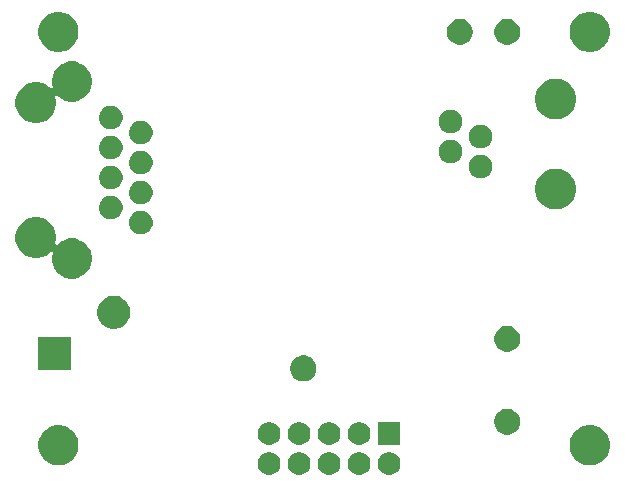
<source format=gbs>
G04 #@! TF.GenerationSoftware,KiCad,Pcbnew,(5.0.2)-1*
G04 #@! TF.CreationDate,2019-05-09T18:05:01+02:00*
G04 #@! TF.ProjectId,MotorController,4d6f746f-7243-46f6-9e74-726f6c6c6572,rev?*
G04 #@! TF.SameCoordinates,Original*
G04 #@! TF.FileFunction,Soldermask,Bot*
G04 #@! TF.FilePolarity,Negative*
%FSLAX46Y46*%
G04 Gerber Fmt 4.6, Leading zero omitted, Abs format (unit mm)*
G04 Created by KiCad (PCBNEW (5.0.2)-1) date 09.05.2019 18:05:01*
%MOMM*%
%LPD*%
G01*
G04 APERTURE LIST*
%ADD10C,0.100000*%
G04 APERTURE END LIST*
D10*
G36*
X103068452Y-100586359D02*
X103108899Y-100590343D01*
X103193449Y-100615991D01*
X103290537Y-100645442D01*
X103457939Y-100734920D01*
X103604665Y-100855335D01*
X103725080Y-101002061D01*
X103814558Y-101169463D01*
X103844009Y-101266551D01*
X103869657Y-101351101D01*
X103869657Y-101351103D01*
X103888263Y-101540000D01*
X103878938Y-101634669D01*
X103869657Y-101728899D01*
X103844009Y-101813449D01*
X103814558Y-101910537D01*
X103725080Y-102077939D01*
X103604665Y-102224665D01*
X103457939Y-102345080D01*
X103290537Y-102434558D01*
X103193449Y-102464009D01*
X103108899Y-102489657D01*
X103068452Y-102493641D01*
X102967339Y-102503600D01*
X102872661Y-102503600D01*
X102771548Y-102493641D01*
X102731101Y-102489657D01*
X102646551Y-102464009D01*
X102549463Y-102434558D01*
X102382061Y-102345080D01*
X102235335Y-102224665D01*
X102114920Y-102077939D01*
X102025442Y-101910537D01*
X101995991Y-101813449D01*
X101970343Y-101728899D01*
X101961062Y-101634669D01*
X101951737Y-101540000D01*
X101970343Y-101351103D01*
X101970343Y-101351101D01*
X101995991Y-101266551D01*
X102025442Y-101169463D01*
X102114920Y-101002061D01*
X102235335Y-100855335D01*
X102382061Y-100734920D01*
X102549463Y-100645442D01*
X102646551Y-100615991D01*
X102731101Y-100590343D01*
X102771548Y-100586359D01*
X102872661Y-100576400D01*
X102967339Y-100576400D01*
X103068452Y-100586359D01*
X103068452Y-100586359D01*
G37*
G36*
X105608452Y-100586359D02*
X105648899Y-100590343D01*
X105733449Y-100615991D01*
X105830537Y-100645442D01*
X105997939Y-100734920D01*
X106144665Y-100855335D01*
X106265080Y-101002061D01*
X106354558Y-101169463D01*
X106384009Y-101266551D01*
X106409657Y-101351101D01*
X106409657Y-101351103D01*
X106428263Y-101540000D01*
X106418938Y-101634669D01*
X106409657Y-101728899D01*
X106384009Y-101813449D01*
X106354558Y-101910537D01*
X106265080Y-102077939D01*
X106144665Y-102224665D01*
X105997939Y-102345080D01*
X105830537Y-102434558D01*
X105733449Y-102464009D01*
X105648899Y-102489657D01*
X105608452Y-102493641D01*
X105507339Y-102503600D01*
X105412661Y-102503600D01*
X105311548Y-102493641D01*
X105271101Y-102489657D01*
X105186551Y-102464009D01*
X105089463Y-102434558D01*
X104922061Y-102345080D01*
X104775335Y-102224665D01*
X104654920Y-102077939D01*
X104565442Y-101910537D01*
X104535991Y-101813449D01*
X104510343Y-101728899D01*
X104501062Y-101634669D01*
X104491737Y-101540000D01*
X104510343Y-101351103D01*
X104510343Y-101351101D01*
X104535991Y-101266551D01*
X104565442Y-101169463D01*
X104654920Y-101002061D01*
X104775335Y-100855335D01*
X104922061Y-100734920D01*
X105089463Y-100645442D01*
X105186551Y-100615991D01*
X105271101Y-100590343D01*
X105311548Y-100586359D01*
X105412661Y-100576400D01*
X105507339Y-100576400D01*
X105608452Y-100586359D01*
X105608452Y-100586359D01*
G37*
G36*
X108148452Y-100586359D02*
X108188899Y-100590343D01*
X108273449Y-100615991D01*
X108370537Y-100645442D01*
X108537939Y-100734920D01*
X108684665Y-100855335D01*
X108805080Y-101002061D01*
X108894558Y-101169463D01*
X108924009Y-101266551D01*
X108949657Y-101351101D01*
X108949657Y-101351103D01*
X108968263Y-101540000D01*
X108958938Y-101634669D01*
X108949657Y-101728899D01*
X108924009Y-101813449D01*
X108894558Y-101910537D01*
X108805080Y-102077939D01*
X108684665Y-102224665D01*
X108537939Y-102345080D01*
X108370537Y-102434558D01*
X108273449Y-102464009D01*
X108188899Y-102489657D01*
X108148452Y-102493641D01*
X108047339Y-102503600D01*
X107952661Y-102503600D01*
X107851548Y-102493641D01*
X107811101Y-102489657D01*
X107726551Y-102464009D01*
X107629463Y-102434558D01*
X107462061Y-102345080D01*
X107315335Y-102224665D01*
X107194920Y-102077939D01*
X107105442Y-101910537D01*
X107075991Y-101813449D01*
X107050343Y-101728899D01*
X107041062Y-101634669D01*
X107031737Y-101540000D01*
X107050343Y-101351103D01*
X107050343Y-101351101D01*
X107075991Y-101266551D01*
X107105442Y-101169463D01*
X107194920Y-101002061D01*
X107315335Y-100855335D01*
X107462061Y-100734920D01*
X107629463Y-100645442D01*
X107726551Y-100615991D01*
X107811101Y-100590343D01*
X107851548Y-100586359D01*
X107952661Y-100576400D01*
X108047339Y-100576400D01*
X108148452Y-100586359D01*
X108148452Y-100586359D01*
G37*
G36*
X100528452Y-100586359D02*
X100568899Y-100590343D01*
X100653449Y-100615991D01*
X100750537Y-100645442D01*
X100917939Y-100734920D01*
X101064665Y-100855335D01*
X101185080Y-101002061D01*
X101274558Y-101169463D01*
X101304009Y-101266551D01*
X101329657Y-101351101D01*
X101329657Y-101351103D01*
X101348263Y-101540000D01*
X101338938Y-101634669D01*
X101329657Y-101728899D01*
X101304009Y-101813449D01*
X101274558Y-101910537D01*
X101185080Y-102077939D01*
X101064665Y-102224665D01*
X100917939Y-102345080D01*
X100750537Y-102434558D01*
X100653449Y-102464009D01*
X100568899Y-102489657D01*
X100528452Y-102493641D01*
X100427339Y-102503600D01*
X100332661Y-102503600D01*
X100231548Y-102493641D01*
X100191101Y-102489657D01*
X100106551Y-102464009D01*
X100009463Y-102434558D01*
X99842061Y-102345080D01*
X99695335Y-102224665D01*
X99574920Y-102077939D01*
X99485442Y-101910537D01*
X99455991Y-101813449D01*
X99430343Y-101728899D01*
X99421062Y-101634669D01*
X99411737Y-101540000D01*
X99430343Y-101351103D01*
X99430343Y-101351101D01*
X99455991Y-101266551D01*
X99485442Y-101169463D01*
X99574920Y-101002061D01*
X99695335Y-100855335D01*
X99842061Y-100734920D01*
X100009463Y-100645442D01*
X100106551Y-100615991D01*
X100191101Y-100590343D01*
X100231548Y-100586359D01*
X100332661Y-100576400D01*
X100427339Y-100576400D01*
X100528452Y-100586359D01*
X100528452Y-100586359D01*
G37*
G36*
X97988452Y-100586359D02*
X98028899Y-100590343D01*
X98113449Y-100615991D01*
X98210537Y-100645442D01*
X98377939Y-100734920D01*
X98524665Y-100855335D01*
X98645080Y-101002061D01*
X98734558Y-101169463D01*
X98764009Y-101266551D01*
X98789657Y-101351101D01*
X98789657Y-101351103D01*
X98808263Y-101540000D01*
X98798938Y-101634669D01*
X98789657Y-101728899D01*
X98764009Y-101813449D01*
X98734558Y-101910537D01*
X98645080Y-102077939D01*
X98524665Y-102224665D01*
X98377939Y-102345080D01*
X98210537Y-102434558D01*
X98113449Y-102464009D01*
X98028899Y-102489657D01*
X97988452Y-102493641D01*
X97887339Y-102503600D01*
X97792661Y-102503600D01*
X97691548Y-102493641D01*
X97651101Y-102489657D01*
X97566551Y-102464009D01*
X97469463Y-102434558D01*
X97302061Y-102345080D01*
X97155335Y-102224665D01*
X97034920Y-102077939D01*
X96945442Y-101910537D01*
X96915991Y-101813449D01*
X96890343Y-101728899D01*
X96881062Y-101634669D01*
X96871737Y-101540000D01*
X96890343Y-101351103D01*
X96890343Y-101351101D01*
X96915991Y-101266551D01*
X96945442Y-101169463D01*
X97034920Y-101002061D01*
X97155335Y-100855335D01*
X97302061Y-100734920D01*
X97469463Y-100645442D01*
X97566551Y-100615991D01*
X97651101Y-100590343D01*
X97691548Y-100586359D01*
X97792661Y-100576400D01*
X97887339Y-100576400D01*
X97988452Y-100586359D01*
X97988452Y-100586359D01*
G37*
G36*
X125495872Y-98365330D02*
X125495874Y-98365331D01*
X125495875Y-98365331D01*
X125556284Y-98390353D01*
X125805252Y-98493479D01*
X126083687Y-98679523D01*
X126320477Y-98916313D01*
X126506521Y-99194748D01*
X126634670Y-99504128D01*
X126700000Y-99832565D01*
X126700000Y-100167435D01*
X126634670Y-100495872D01*
X126506521Y-100805252D01*
X126320477Y-101083687D01*
X126083687Y-101320477D01*
X125805252Y-101506521D01*
X125556284Y-101609647D01*
X125495875Y-101634669D01*
X125495874Y-101634669D01*
X125495872Y-101634670D01*
X125167435Y-101700000D01*
X124832565Y-101700000D01*
X124504128Y-101634670D01*
X124504126Y-101634669D01*
X124504125Y-101634669D01*
X124443716Y-101609647D01*
X124194748Y-101506521D01*
X123916313Y-101320477D01*
X123679523Y-101083687D01*
X123493479Y-100805252D01*
X123365330Y-100495872D01*
X123300000Y-100167435D01*
X123300000Y-99832565D01*
X123365330Y-99504128D01*
X123493479Y-99194748D01*
X123679523Y-98916313D01*
X123916313Y-98679523D01*
X124194748Y-98493479D01*
X124443716Y-98390353D01*
X124504125Y-98365331D01*
X124504126Y-98365331D01*
X124504128Y-98365330D01*
X124832565Y-98300000D01*
X125167435Y-98300000D01*
X125495872Y-98365330D01*
X125495872Y-98365330D01*
G37*
G36*
X80495872Y-98365330D02*
X80495874Y-98365331D01*
X80495875Y-98365331D01*
X80556284Y-98390353D01*
X80805252Y-98493479D01*
X81083687Y-98679523D01*
X81320477Y-98916313D01*
X81506521Y-99194748D01*
X81634670Y-99504128D01*
X81700000Y-99832565D01*
X81700000Y-100167435D01*
X81634670Y-100495872D01*
X81506521Y-100805252D01*
X81320477Y-101083687D01*
X81083687Y-101320477D01*
X80805252Y-101506521D01*
X80556284Y-101609647D01*
X80495875Y-101634669D01*
X80495874Y-101634669D01*
X80495872Y-101634670D01*
X80167435Y-101700000D01*
X79832565Y-101700000D01*
X79504128Y-101634670D01*
X79504126Y-101634669D01*
X79504125Y-101634669D01*
X79443716Y-101609647D01*
X79194748Y-101506521D01*
X78916313Y-101320477D01*
X78679523Y-101083687D01*
X78493479Y-100805252D01*
X78365330Y-100495872D01*
X78300000Y-100167435D01*
X78300000Y-99832565D01*
X78365330Y-99504128D01*
X78493479Y-99194748D01*
X78679523Y-98916313D01*
X78916313Y-98679523D01*
X79194748Y-98493479D01*
X79443716Y-98390353D01*
X79504125Y-98365331D01*
X79504126Y-98365331D01*
X79504128Y-98365330D01*
X79832565Y-98300000D01*
X80167435Y-98300000D01*
X80495872Y-98365330D01*
X80495872Y-98365330D01*
G37*
G36*
X105608452Y-98046359D02*
X105648899Y-98050343D01*
X105733449Y-98075991D01*
X105830537Y-98105442D01*
X105997939Y-98194920D01*
X106144665Y-98315335D01*
X106265080Y-98462061D01*
X106354558Y-98629463D01*
X106384009Y-98726551D01*
X106409657Y-98811101D01*
X106409657Y-98811103D01*
X106428263Y-99000000D01*
X106418413Y-99100000D01*
X106409657Y-99188899D01*
X106384009Y-99273449D01*
X106354558Y-99370537D01*
X106265080Y-99537939D01*
X106144665Y-99684665D01*
X105997939Y-99805080D01*
X105830537Y-99894558D01*
X105733449Y-99924009D01*
X105648899Y-99949657D01*
X105608452Y-99953641D01*
X105507339Y-99963600D01*
X105412661Y-99963600D01*
X105311548Y-99953641D01*
X105271101Y-99949657D01*
X105186551Y-99924009D01*
X105089463Y-99894558D01*
X104922061Y-99805080D01*
X104775335Y-99684665D01*
X104654920Y-99537939D01*
X104565442Y-99370537D01*
X104535991Y-99273449D01*
X104510343Y-99188899D01*
X104501587Y-99100000D01*
X104491737Y-99000000D01*
X104510343Y-98811103D01*
X104510343Y-98811101D01*
X104535991Y-98726551D01*
X104565442Y-98629463D01*
X104654920Y-98462061D01*
X104775335Y-98315335D01*
X104922061Y-98194920D01*
X105089463Y-98105442D01*
X105186551Y-98075991D01*
X105271101Y-98050343D01*
X105311548Y-98046359D01*
X105412661Y-98036400D01*
X105507339Y-98036400D01*
X105608452Y-98046359D01*
X105608452Y-98046359D01*
G37*
G36*
X103068452Y-98046359D02*
X103108899Y-98050343D01*
X103193449Y-98075991D01*
X103290537Y-98105442D01*
X103457939Y-98194920D01*
X103604665Y-98315335D01*
X103725080Y-98462061D01*
X103814558Y-98629463D01*
X103844009Y-98726551D01*
X103869657Y-98811101D01*
X103869657Y-98811103D01*
X103888263Y-99000000D01*
X103878413Y-99100000D01*
X103869657Y-99188899D01*
X103844009Y-99273449D01*
X103814558Y-99370537D01*
X103725080Y-99537939D01*
X103604665Y-99684665D01*
X103457939Y-99805080D01*
X103290537Y-99894558D01*
X103193449Y-99924009D01*
X103108899Y-99949657D01*
X103068452Y-99953641D01*
X102967339Y-99963600D01*
X102872661Y-99963600D01*
X102771548Y-99953641D01*
X102731101Y-99949657D01*
X102646551Y-99924009D01*
X102549463Y-99894558D01*
X102382061Y-99805080D01*
X102235335Y-99684665D01*
X102114920Y-99537939D01*
X102025442Y-99370537D01*
X101995991Y-99273449D01*
X101970343Y-99188899D01*
X101961587Y-99100000D01*
X101951737Y-99000000D01*
X101970343Y-98811103D01*
X101970343Y-98811101D01*
X101995991Y-98726551D01*
X102025442Y-98629463D01*
X102114920Y-98462061D01*
X102235335Y-98315335D01*
X102382061Y-98194920D01*
X102549463Y-98105442D01*
X102646551Y-98075991D01*
X102731101Y-98050343D01*
X102771548Y-98046359D01*
X102872661Y-98036400D01*
X102967339Y-98036400D01*
X103068452Y-98046359D01*
X103068452Y-98046359D01*
G37*
G36*
X100528452Y-98046359D02*
X100568899Y-98050343D01*
X100653449Y-98075991D01*
X100750537Y-98105442D01*
X100917939Y-98194920D01*
X101064665Y-98315335D01*
X101185080Y-98462061D01*
X101274558Y-98629463D01*
X101304009Y-98726551D01*
X101329657Y-98811101D01*
X101329657Y-98811103D01*
X101348263Y-99000000D01*
X101338413Y-99100000D01*
X101329657Y-99188899D01*
X101304009Y-99273449D01*
X101274558Y-99370537D01*
X101185080Y-99537939D01*
X101064665Y-99684665D01*
X100917939Y-99805080D01*
X100750537Y-99894558D01*
X100653449Y-99924009D01*
X100568899Y-99949657D01*
X100528452Y-99953641D01*
X100427339Y-99963600D01*
X100332661Y-99963600D01*
X100231548Y-99953641D01*
X100191101Y-99949657D01*
X100106551Y-99924009D01*
X100009463Y-99894558D01*
X99842061Y-99805080D01*
X99695335Y-99684665D01*
X99574920Y-99537939D01*
X99485442Y-99370537D01*
X99455991Y-99273449D01*
X99430343Y-99188899D01*
X99421587Y-99100000D01*
X99411737Y-99000000D01*
X99430343Y-98811103D01*
X99430343Y-98811101D01*
X99455991Y-98726551D01*
X99485442Y-98629463D01*
X99574920Y-98462061D01*
X99695335Y-98315335D01*
X99842061Y-98194920D01*
X100009463Y-98105442D01*
X100106551Y-98075991D01*
X100191101Y-98050343D01*
X100231548Y-98046359D01*
X100332661Y-98036400D01*
X100427339Y-98036400D01*
X100528452Y-98046359D01*
X100528452Y-98046359D01*
G37*
G36*
X97988452Y-98046359D02*
X98028899Y-98050343D01*
X98113449Y-98075991D01*
X98210537Y-98105442D01*
X98377939Y-98194920D01*
X98524665Y-98315335D01*
X98645080Y-98462061D01*
X98734558Y-98629463D01*
X98764009Y-98726551D01*
X98789657Y-98811101D01*
X98789657Y-98811103D01*
X98808263Y-99000000D01*
X98798413Y-99100000D01*
X98789657Y-99188899D01*
X98764009Y-99273449D01*
X98734558Y-99370537D01*
X98645080Y-99537939D01*
X98524665Y-99684665D01*
X98377939Y-99805080D01*
X98210537Y-99894558D01*
X98113449Y-99924009D01*
X98028899Y-99949657D01*
X97988452Y-99953641D01*
X97887339Y-99963600D01*
X97792661Y-99963600D01*
X97691548Y-99953641D01*
X97651101Y-99949657D01*
X97566551Y-99924009D01*
X97469463Y-99894558D01*
X97302061Y-99805080D01*
X97155335Y-99684665D01*
X97034920Y-99537939D01*
X96945442Y-99370537D01*
X96915991Y-99273449D01*
X96890343Y-99188899D01*
X96881587Y-99100000D01*
X96871737Y-99000000D01*
X96890343Y-98811103D01*
X96890343Y-98811101D01*
X96915991Y-98726551D01*
X96945442Y-98629463D01*
X97034920Y-98462061D01*
X97155335Y-98315335D01*
X97302061Y-98194920D01*
X97469463Y-98105442D01*
X97566551Y-98075991D01*
X97651101Y-98050343D01*
X97691548Y-98046359D01*
X97792661Y-98036400D01*
X97887339Y-98036400D01*
X97988452Y-98046359D01*
X97988452Y-98046359D01*
G37*
G36*
X108963600Y-99963600D02*
X107036400Y-99963600D01*
X107036400Y-98036400D01*
X108963600Y-98036400D01*
X108963600Y-99963600D01*
X108963600Y-99963600D01*
G37*
G36*
X118320856Y-96942272D02*
X118521045Y-97025193D01*
X118701207Y-97145573D01*
X118854427Y-97298793D01*
X118974807Y-97478955D01*
X119057728Y-97679144D01*
X119100000Y-97891657D01*
X119100000Y-98108343D01*
X119057728Y-98320856D01*
X118974807Y-98521045D01*
X118854427Y-98701207D01*
X118701207Y-98854427D01*
X118521045Y-98974807D01*
X118320856Y-99057728D01*
X118108343Y-99100000D01*
X117891657Y-99100000D01*
X117679144Y-99057728D01*
X117478955Y-98974807D01*
X117298793Y-98854427D01*
X117145573Y-98701207D01*
X117025193Y-98521045D01*
X116942272Y-98320856D01*
X116900000Y-98108343D01*
X116900000Y-97891657D01*
X116942272Y-97679144D01*
X117025193Y-97478955D01*
X117145573Y-97298793D01*
X117298793Y-97145573D01*
X117478955Y-97025193D01*
X117679144Y-96942272D01*
X117891657Y-96900000D01*
X118108343Y-96900000D01*
X118320856Y-96942272D01*
X118320856Y-96942272D01*
G37*
G36*
X101070856Y-92442272D02*
X101271045Y-92525193D01*
X101451207Y-92645573D01*
X101604427Y-92798793D01*
X101724807Y-92978955D01*
X101807728Y-93179144D01*
X101850000Y-93391657D01*
X101850000Y-93608343D01*
X101807728Y-93820856D01*
X101724807Y-94021045D01*
X101604427Y-94201207D01*
X101451207Y-94354427D01*
X101271045Y-94474807D01*
X101070856Y-94557728D01*
X100858343Y-94600000D01*
X100641657Y-94600000D01*
X100429144Y-94557728D01*
X100228955Y-94474807D01*
X100048793Y-94354427D01*
X99895573Y-94201207D01*
X99775193Y-94021045D01*
X99692272Y-93820856D01*
X99650000Y-93608343D01*
X99650000Y-93391657D01*
X99692272Y-93179144D01*
X99775193Y-92978955D01*
X99895573Y-92798793D01*
X100048793Y-92645573D01*
X100228955Y-92525193D01*
X100429144Y-92442272D01*
X100641657Y-92400000D01*
X100858343Y-92400000D01*
X101070856Y-92442272D01*
X101070856Y-92442272D01*
G37*
G36*
X81100000Y-93650000D02*
X78300000Y-93650000D01*
X78300000Y-90850000D01*
X81100000Y-90850000D01*
X81100000Y-93650000D01*
X81100000Y-93650000D01*
G37*
G36*
X118320856Y-89942272D02*
X118521045Y-90025193D01*
X118701207Y-90145573D01*
X118854427Y-90298793D01*
X118974807Y-90478955D01*
X119057728Y-90679144D01*
X119100000Y-90891657D01*
X119100000Y-91108343D01*
X119057728Y-91320856D01*
X118974807Y-91521045D01*
X118854427Y-91701207D01*
X118701207Y-91854427D01*
X118521045Y-91974807D01*
X118320856Y-92057728D01*
X118108343Y-92100000D01*
X117891657Y-92100000D01*
X117679144Y-92057728D01*
X117478955Y-91974807D01*
X117298793Y-91854427D01*
X117145573Y-91701207D01*
X117025193Y-91521045D01*
X116942272Y-91320856D01*
X116900000Y-91108343D01*
X116900000Y-90891657D01*
X116942272Y-90679144D01*
X117025193Y-90478955D01*
X117145573Y-90298793D01*
X117298793Y-90145573D01*
X117478955Y-90025193D01*
X117679144Y-89942272D01*
X117891657Y-89900000D01*
X118108343Y-89900000D01*
X118320856Y-89942272D01*
X118320856Y-89942272D01*
G37*
G36*
X85108365Y-87403801D02*
X85108367Y-87403802D01*
X85108368Y-87403802D01*
X85363149Y-87509336D01*
X85592448Y-87662549D01*
X85787451Y-87857552D01*
X85940664Y-88086851D01*
X86046199Y-88341635D01*
X86100000Y-88612112D01*
X86100000Y-88887888D01*
X86046199Y-89158365D01*
X85940664Y-89413149D01*
X85787451Y-89642448D01*
X85592448Y-89837451D01*
X85435571Y-89942273D01*
X85363149Y-89990664D01*
X85108368Y-90096198D01*
X85108367Y-90096198D01*
X85108365Y-90096199D01*
X84837888Y-90150000D01*
X84562112Y-90150000D01*
X84291635Y-90096199D01*
X84291633Y-90096198D01*
X84291632Y-90096198D01*
X84036851Y-89990664D01*
X83964429Y-89942273D01*
X83807552Y-89837451D01*
X83612549Y-89642448D01*
X83459336Y-89413149D01*
X83353801Y-89158365D01*
X83300000Y-88887888D01*
X83300000Y-88612112D01*
X83353801Y-88341635D01*
X83459336Y-88086851D01*
X83612549Y-87857552D01*
X83807552Y-87662549D01*
X84036851Y-87509336D01*
X84291632Y-87403802D01*
X84291633Y-87403802D01*
X84291635Y-87403801D01*
X84562112Y-87350000D01*
X84837888Y-87350000D01*
X85108365Y-87403801D01*
X85108365Y-87403801D01*
G37*
G36*
X78603164Y-80756290D02*
X78917094Y-80886324D01*
X79199624Y-81075105D01*
X79439895Y-81315376D01*
X79628676Y-81597906D01*
X79758710Y-81911836D01*
X79825000Y-82245102D01*
X79825000Y-82584898D01*
X79758710Y-82918164D01*
X79758707Y-82918172D01*
X79758471Y-82919357D01*
X79756550Y-82938866D01*
X79758471Y-82958375D01*
X79764162Y-82977134D01*
X79773403Y-82994423D01*
X79785839Y-83009577D01*
X79800993Y-83022013D01*
X79818282Y-83031254D01*
X79837041Y-83036945D01*
X79856550Y-83038866D01*
X79876059Y-83036945D01*
X79894818Y-83031254D01*
X79912107Y-83022013D01*
X79927250Y-83009586D01*
X80064313Y-82872523D01*
X80342748Y-82686479D01*
X80591716Y-82583353D01*
X80652125Y-82558331D01*
X80652126Y-82558331D01*
X80652128Y-82558330D01*
X80980565Y-82493000D01*
X81315435Y-82493000D01*
X81643872Y-82558330D01*
X81643874Y-82558331D01*
X81643875Y-82558331D01*
X81704284Y-82583353D01*
X81953252Y-82686479D01*
X82231687Y-82872523D01*
X82468477Y-83109313D01*
X82654521Y-83387748D01*
X82734754Y-83581449D01*
X82760325Y-83643181D01*
X82782670Y-83697128D01*
X82848000Y-84025565D01*
X82848000Y-84360435D01*
X82782670Y-84688872D01*
X82654521Y-84998252D01*
X82468477Y-85276687D01*
X82231687Y-85513477D01*
X81953252Y-85699521D01*
X81704284Y-85802647D01*
X81643875Y-85827669D01*
X81643874Y-85827669D01*
X81643872Y-85827670D01*
X81315435Y-85893000D01*
X80980565Y-85893000D01*
X80652128Y-85827670D01*
X80652126Y-85827669D01*
X80652125Y-85827669D01*
X80591716Y-85802647D01*
X80342748Y-85699521D01*
X80064313Y-85513477D01*
X79827523Y-85276687D01*
X79641479Y-84998252D01*
X79513330Y-84688872D01*
X79448000Y-84360435D01*
X79448000Y-84025565D01*
X79512570Y-83700950D01*
X79514490Y-83681449D01*
X79512569Y-83661940D01*
X79506878Y-83643181D01*
X79497637Y-83625892D01*
X79485201Y-83610738D01*
X79470047Y-83598302D01*
X79452758Y-83589061D01*
X79433999Y-83583370D01*
X79414490Y-83581449D01*
X79394981Y-83583370D01*
X79376222Y-83589061D01*
X79358933Y-83598302D01*
X79343790Y-83610729D01*
X79199624Y-83754895D01*
X78917094Y-83943676D01*
X78603164Y-84073710D01*
X78269898Y-84140000D01*
X77930102Y-84140000D01*
X77596836Y-84073710D01*
X77282906Y-83943676D01*
X77000376Y-83754895D01*
X76760105Y-83514624D01*
X76571324Y-83232094D01*
X76441290Y-82918164D01*
X76375000Y-82584898D01*
X76375000Y-82245102D01*
X76441290Y-81911836D01*
X76571324Y-81597906D01*
X76760105Y-81315376D01*
X77000376Y-81075105D01*
X77282906Y-80886324D01*
X77596836Y-80756290D01*
X77930102Y-80690000D01*
X78269898Y-80690000D01*
X78603164Y-80756290D01*
X78603164Y-80756290D01*
G37*
G36*
X87197520Y-80166687D02*
X87281689Y-80183429D01*
X87463678Y-80258811D01*
X87627463Y-80368249D01*
X87766751Y-80507537D01*
X87876189Y-80671322D01*
X87951571Y-80853311D01*
X87958138Y-80886325D01*
X87990000Y-81046506D01*
X87990000Y-81243494D01*
X87975701Y-81315379D01*
X87951571Y-81436689D01*
X87876189Y-81618678D01*
X87766751Y-81782463D01*
X87627463Y-81921751D01*
X87463678Y-82031189D01*
X87281689Y-82106571D01*
X87204410Y-82121943D01*
X87088494Y-82145000D01*
X86891506Y-82145000D01*
X86775590Y-82121943D01*
X86698311Y-82106571D01*
X86516322Y-82031189D01*
X86352537Y-81921751D01*
X86213249Y-81782463D01*
X86103811Y-81618678D01*
X86028429Y-81436689D01*
X86004299Y-81315379D01*
X85990000Y-81243494D01*
X85990000Y-81046506D01*
X86021862Y-80886325D01*
X86028429Y-80853311D01*
X86103811Y-80671322D01*
X86213249Y-80507537D01*
X86352537Y-80368249D01*
X86516322Y-80258811D01*
X86698311Y-80183429D01*
X86782480Y-80166687D01*
X86891506Y-80145000D01*
X87088494Y-80145000D01*
X87197520Y-80166687D01*
X87197520Y-80166687D01*
G37*
G36*
X84657520Y-78896687D02*
X84741689Y-78913429D01*
X84923678Y-78988811D01*
X85087463Y-79098249D01*
X85226751Y-79237537D01*
X85336189Y-79401322D01*
X85411571Y-79583311D01*
X85411571Y-79583313D01*
X85450000Y-79776506D01*
X85450000Y-79973494D01*
X85426943Y-80089410D01*
X85411571Y-80166689D01*
X85336189Y-80348678D01*
X85226751Y-80512463D01*
X85087463Y-80651751D01*
X84923678Y-80761189D01*
X84741689Y-80836571D01*
X84664410Y-80851943D01*
X84548494Y-80875000D01*
X84351506Y-80875000D01*
X84235590Y-80851943D01*
X84158311Y-80836571D01*
X83976322Y-80761189D01*
X83812537Y-80651751D01*
X83673249Y-80512463D01*
X83563811Y-80348678D01*
X83488429Y-80166689D01*
X83473057Y-80089410D01*
X83450000Y-79973494D01*
X83450000Y-79776506D01*
X83488429Y-79583313D01*
X83488429Y-79583311D01*
X83563811Y-79401322D01*
X83673249Y-79237537D01*
X83812537Y-79098249D01*
X83976322Y-78988811D01*
X84158311Y-78913429D01*
X84242480Y-78896687D01*
X84351506Y-78875000D01*
X84548494Y-78875000D01*
X84657520Y-78896687D01*
X84657520Y-78896687D01*
G37*
G36*
X122603164Y-76651290D02*
X122917094Y-76781324D01*
X123199624Y-76970105D01*
X123439895Y-77210376D01*
X123628676Y-77492906D01*
X123758710Y-77806836D01*
X123825000Y-78140102D01*
X123825000Y-78479898D01*
X123758710Y-78813164D01*
X123628676Y-79127094D01*
X123439895Y-79409624D01*
X123199624Y-79649895D01*
X122917094Y-79838676D01*
X122603164Y-79968710D01*
X122269898Y-80035000D01*
X121930102Y-80035000D01*
X121596836Y-79968710D01*
X121282906Y-79838676D01*
X121000376Y-79649895D01*
X120760105Y-79409624D01*
X120571324Y-79127094D01*
X120441290Y-78813164D01*
X120375000Y-78479898D01*
X120375000Y-78140102D01*
X120441290Y-77806836D01*
X120571324Y-77492906D01*
X120760105Y-77210376D01*
X121000376Y-76970105D01*
X121282906Y-76781324D01*
X121596836Y-76651290D01*
X121930102Y-76585000D01*
X122269898Y-76585000D01*
X122603164Y-76651290D01*
X122603164Y-76651290D01*
G37*
G36*
X87197520Y-77626687D02*
X87281689Y-77643429D01*
X87463678Y-77718811D01*
X87627463Y-77828249D01*
X87766751Y-77967537D01*
X87876189Y-78131322D01*
X87951571Y-78313311D01*
X87951571Y-78313313D01*
X87990000Y-78506506D01*
X87990000Y-78703494D01*
X87968185Y-78813164D01*
X87951571Y-78896689D01*
X87876189Y-79078678D01*
X87766751Y-79242463D01*
X87627463Y-79381751D01*
X87463678Y-79491189D01*
X87281689Y-79566571D01*
X87204410Y-79581943D01*
X87088494Y-79605000D01*
X86891506Y-79605000D01*
X86775590Y-79581943D01*
X86698311Y-79566571D01*
X86516322Y-79491189D01*
X86352537Y-79381751D01*
X86213249Y-79242463D01*
X86103811Y-79078678D01*
X86028429Y-78896689D01*
X86011815Y-78813164D01*
X85990000Y-78703494D01*
X85990000Y-78506506D01*
X86028429Y-78313313D01*
X86028429Y-78313311D01*
X86103811Y-78131322D01*
X86213249Y-77967537D01*
X86352537Y-77828249D01*
X86516322Y-77718811D01*
X86698311Y-77643429D01*
X86782480Y-77626687D01*
X86891506Y-77605000D01*
X87088494Y-77605000D01*
X87197520Y-77626687D01*
X87197520Y-77626687D01*
G37*
G36*
X84657520Y-76356687D02*
X84741689Y-76373429D01*
X84923678Y-76448811D01*
X85087463Y-76558249D01*
X85226751Y-76697537D01*
X85336189Y-76861322D01*
X85411571Y-77043311D01*
X85411571Y-77043313D01*
X85450000Y-77236506D01*
X85450000Y-77433494D01*
X85438182Y-77492906D01*
X85411571Y-77626689D01*
X85336189Y-77808678D01*
X85226751Y-77972463D01*
X85087463Y-78111751D01*
X84923678Y-78221189D01*
X84741689Y-78296571D01*
X84664410Y-78311943D01*
X84548494Y-78335000D01*
X84351506Y-78335000D01*
X84235590Y-78311943D01*
X84158311Y-78296571D01*
X83976322Y-78221189D01*
X83812537Y-78111751D01*
X83673249Y-77972463D01*
X83563811Y-77808678D01*
X83488429Y-77626689D01*
X83461818Y-77492906D01*
X83450000Y-77433494D01*
X83450000Y-77236506D01*
X83488429Y-77043313D01*
X83488429Y-77043311D01*
X83563811Y-76861322D01*
X83673249Y-76697537D01*
X83812537Y-76558249D01*
X83976322Y-76448811D01*
X84158311Y-76373429D01*
X84242480Y-76356687D01*
X84351506Y-76335000D01*
X84548494Y-76335000D01*
X84657520Y-76356687D01*
X84657520Y-76356687D01*
G37*
G36*
X115957520Y-75421687D02*
X116041689Y-75438429D01*
X116223678Y-75513811D01*
X116387463Y-75623249D01*
X116526751Y-75762537D01*
X116636189Y-75926322D01*
X116711571Y-76108311D01*
X116711571Y-76108313D01*
X116750000Y-76301506D01*
X116750000Y-76498494D01*
X116738114Y-76558249D01*
X116711571Y-76691689D01*
X116636189Y-76873678D01*
X116526751Y-77037463D01*
X116387463Y-77176751D01*
X116223678Y-77286189D01*
X116041689Y-77361571D01*
X115964410Y-77376943D01*
X115848494Y-77400000D01*
X115651506Y-77400000D01*
X115535590Y-77376943D01*
X115458311Y-77361571D01*
X115276322Y-77286189D01*
X115112537Y-77176751D01*
X114973249Y-77037463D01*
X114863811Y-76873678D01*
X114788429Y-76691689D01*
X114761886Y-76558249D01*
X114750000Y-76498494D01*
X114750000Y-76301506D01*
X114788429Y-76108313D01*
X114788429Y-76108311D01*
X114863811Y-75926322D01*
X114973249Y-75762537D01*
X115112537Y-75623249D01*
X115276322Y-75513811D01*
X115458311Y-75438429D01*
X115542480Y-75421687D01*
X115651506Y-75400000D01*
X115848494Y-75400000D01*
X115957520Y-75421687D01*
X115957520Y-75421687D01*
G37*
G36*
X87197520Y-75086687D02*
X87281689Y-75103429D01*
X87463678Y-75178811D01*
X87627463Y-75288249D01*
X87766751Y-75427537D01*
X87876189Y-75591322D01*
X87951571Y-75773311D01*
X87951571Y-75773313D01*
X87990000Y-75966506D01*
X87990000Y-76163494D01*
X87966943Y-76279410D01*
X87951571Y-76356689D01*
X87876189Y-76538678D01*
X87766751Y-76702463D01*
X87627463Y-76841751D01*
X87463678Y-76951189D01*
X87281689Y-77026571D01*
X87204410Y-77041943D01*
X87088494Y-77065000D01*
X86891506Y-77065000D01*
X86775590Y-77041943D01*
X86698311Y-77026571D01*
X86516322Y-76951189D01*
X86352537Y-76841751D01*
X86213249Y-76702463D01*
X86103811Y-76538678D01*
X86028429Y-76356689D01*
X86013057Y-76279410D01*
X85990000Y-76163494D01*
X85990000Y-75966506D01*
X86028429Y-75773313D01*
X86028429Y-75773311D01*
X86103811Y-75591322D01*
X86213249Y-75427537D01*
X86352537Y-75288249D01*
X86516322Y-75178811D01*
X86698311Y-75103429D01*
X86782480Y-75086687D01*
X86891506Y-75065000D01*
X87088494Y-75065000D01*
X87197520Y-75086687D01*
X87197520Y-75086687D01*
G37*
G36*
X113417520Y-74151687D02*
X113501689Y-74168429D01*
X113683678Y-74243811D01*
X113847463Y-74353249D01*
X113986751Y-74492537D01*
X114096189Y-74656322D01*
X114171571Y-74838311D01*
X114171571Y-74838313D01*
X114210000Y-75031506D01*
X114210000Y-75228494D01*
X114198114Y-75288249D01*
X114171571Y-75421689D01*
X114096189Y-75603678D01*
X113986751Y-75767463D01*
X113847463Y-75906751D01*
X113683678Y-76016189D01*
X113501689Y-76091571D01*
X113424410Y-76106943D01*
X113308494Y-76130000D01*
X113111506Y-76130000D01*
X112995590Y-76106943D01*
X112918311Y-76091571D01*
X112736322Y-76016189D01*
X112572537Y-75906751D01*
X112433249Y-75767463D01*
X112323811Y-75603678D01*
X112248429Y-75421689D01*
X112221886Y-75288249D01*
X112210000Y-75228494D01*
X112210000Y-75031506D01*
X112248429Y-74838313D01*
X112248429Y-74838311D01*
X112323811Y-74656322D01*
X112433249Y-74492537D01*
X112572537Y-74353249D01*
X112736322Y-74243811D01*
X112918311Y-74168429D01*
X113002480Y-74151687D01*
X113111506Y-74130000D01*
X113308494Y-74130000D01*
X113417520Y-74151687D01*
X113417520Y-74151687D01*
G37*
G36*
X84657520Y-73816687D02*
X84741689Y-73833429D01*
X84923678Y-73908811D01*
X85087463Y-74018249D01*
X85226751Y-74157537D01*
X85336189Y-74321322D01*
X85411571Y-74503311D01*
X85411571Y-74503313D01*
X85450000Y-74696506D01*
X85450000Y-74893494D01*
X85426943Y-75009410D01*
X85411571Y-75086689D01*
X85336189Y-75268678D01*
X85226751Y-75432463D01*
X85087463Y-75571751D01*
X84923678Y-75681189D01*
X84741689Y-75756571D01*
X84664410Y-75771943D01*
X84548494Y-75795000D01*
X84351506Y-75795000D01*
X84235590Y-75771943D01*
X84158311Y-75756571D01*
X83976322Y-75681189D01*
X83812537Y-75571751D01*
X83673249Y-75432463D01*
X83563811Y-75268678D01*
X83488429Y-75086689D01*
X83473057Y-75009410D01*
X83450000Y-74893494D01*
X83450000Y-74696506D01*
X83488429Y-74503313D01*
X83488429Y-74503311D01*
X83563811Y-74321322D01*
X83673249Y-74157537D01*
X83812537Y-74018249D01*
X83976322Y-73908811D01*
X84158311Y-73833429D01*
X84242480Y-73816687D01*
X84351506Y-73795000D01*
X84548494Y-73795000D01*
X84657520Y-73816687D01*
X84657520Y-73816687D01*
G37*
G36*
X115957520Y-72881687D02*
X116041689Y-72898429D01*
X116223678Y-72973811D01*
X116387463Y-73083249D01*
X116526751Y-73222537D01*
X116636189Y-73386322D01*
X116711571Y-73568311D01*
X116711571Y-73568313D01*
X116750000Y-73761506D01*
X116750000Y-73958494D01*
X116738114Y-74018249D01*
X116711571Y-74151689D01*
X116636189Y-74333678D01*
X116526751Y-74497463D01*
X116387463Y-74636751D01*
X116223678Y-74746189D01*
X116041689Y-74821571D01*
X115964410Y-74836943D01*
X115848494Y-74860000D01*
X115651506Y-74860000D01*
X115535590Y-74836943D01*
X115458311Y-74821571D01*
X115276322Y-74746189D01*
X115112537Y-74636751D01*
X114973249Y-74497463D01*
X114863811Y-74333678D01*
X114788429Y-74151689D01*
X114761886Y-74018249D01*
X114750000Y-73958494D01*
X114750000Y-73761506D01*
X114788429Y-73568313D01*
X114788429Y-73568311D01*
X114863811Y-73386322D01*
X114973249Y-73222537D01*
X115112537Y-73083249D01*
X115276322Y-72973811D01*
X115458311Y-72898429D01*
X115542480Y-72881687D01*
X115651506Y-72860000D01*
X115848494Y-72860000D01*
X115957520Y-72881687D01*
X115957520Y-72881687D01*
G37*
G36*
X87197520Y-72546687D02*
X87281689Y-72563429D01*
X87463678Y-72638811D01*
X87627463Y-72748249D01*
X87766751Y-72887537D01*
X87876189Y-73051322D01*
X87951571Y-73233311D01*
X87951571Y-73233313D01*
X87990000Y-73426506D01*
X87990000Y-73623494D01*
X87966943Y-73739410D01*
X87951571Y-73816689D01*
X87876189Y-73998678D01*
X87766751Y-74162463D01*
X87627463Y-74301751D01*
X87463678Y-74411189D01*
X87281689Y-74486571D01*
X87204410Y-74501943D01*
X87088494Y-74525000D01*
X86891506Y-74525000D01*
X86775590Y-74501943D01*
X86698311Y-74486571D01*
X86516322Y-74411189D01*
X86352537Y-74301751D01*
X86213249Y-74162463D01*
X86103811Y-73998678D01*
X86028429Y-73816689D01*
X86013057Y-73739410D01*
X85990000Y-73623494D01*
X85990000Y-73426506D01*
X86028429Y-73233313D01*
X86028429Y-73233311D01*
X86103811Y-73051322D01*
X86213249Y-72887537D01*
X86352537Y-72748249D01*
X86516322Y-72638811D01*
X86698311Y-72563429D01*
X86782480Y-72546687D01*
X86891506Y-72525000D01*
X87088494Y-72525000D01*
X87197520Y-72546687D01*
X87197520Y-72546687D01*
G37*
G36*
X113424410Y-71613057D02*
X113501689Y-71628429D01*
X113683678Y-71703811D01*
X113847463Y-71813249D01*
X113986751Y-71952537D01*
X114096189Y-72116322D01*
X114171571Y-72298311D01*
X114171571Y-72298313D01*
X114210000Y-72491506D01*
X114210000Y-72688494D01*
X114198114Y-72748249D01*
X114171571Y-72881689D01*
X114096189Y-73063678D01*
X113986751Y-73227463D01*
X113847463Y-73366751D01*
X113683678Y-73476189D01*
X113501689Y-73551571D01*
X113424410Y-73566943D01*
X113308494Y-73590000D01*
X113111506Y-73590000D01*
X112995590Y-73566943D01*
X112918311Y-73551571D01*
X112736322Y-73476189D01*
X112572537Y-73366751D01*
X112433249Y-73227463D01*
X112323811Y-73063678D01*
X112248429Y-72881689D01*
X112221886Y-72748249D01*
X112210000Y-72688494D01*
X112210000Y-72491506D01*
X112248429Y-72298313D01*
X112248429Y-72298311D01*
X112323811Y-72116322D01*
X112433249Y-71952537D01*
X112572537Y-71813249D01*
X112736322Y-71703811D01*
X112918311Y-71628429D01*
X112995590Y-71613057D01*
X113111506Y-71590000D01*
X113308494Y-71590000D01*
X113424410Y-71613057D01*
X113424410Y-71613057D01*
G37*
G36*
X84664410Y-71278057D02*
X84741689Y-71293429D01*
X84923678Y-71368811D01*
X85087463Y-71478249D01*
X85226751Y-71617537D01*
X85336189Y-71781322D01*
X85411571Y-71963311D01*
X85411571Y-71963313D01*
X85450000Y-72156506D01*
X85450000Y-72353494D01*
X85426943Y-72469410D01*
X85411571Y-72546689D01*
X85336189Y-72728678D01*
X85226751Y-72892463D01*
X85087463Y-73031751D01*
X84923678Y-73141189D01*
X84741689Y-73216571D01*
X84664410Y-73231943D01*
X84548494Y-73255000D01*
X84351506Y-73255000D01*
X84235590Y-73231943D01*
X84158311Y-73216571D01*
X83976322Y-73141189D01*
X83812537Y-73031751D01*
X83673249Y-72892463D01*
X83563811Y-72728678D01*
X83488429Y-72546689D01*
X83473057Y-72469410D01*
X83450000Y-72353494D01*
X83450000Y-72156506D01*
X83488429Y-71963313D01*
X83488429Y-71963311D01*
X83563811Y-71781322D01*
X83673249Y-71617537D01*
X83812537Y-71478249D01*
X83976322Y-71368811D01*
X84158311Y-71293429D01*
X84235590Y-71278057D01*
X84351506Y-71255000D01*
X84548494Y-71255000D01*
X84664410Y-71278057D01*
X84664410Y-71278057D01*
G37*
G36*
X81643872Y-67572330D02*
X81643874Y-67572331D01*
X81643875Y-67572331D01*
X81704284Y-67597353D01*
X81953252Y-67700479D01*
X82231687Y-67886523D01*
X82468477Y-68123313D01*
X82654521Y-68401748D01*
X82782670Y-68711128D01*
X82848000Y-69039565D01*
X82848000Y-69374435D01*
X82783432Y-69699042D01*
X82782669Y-69702875D01*
X82757647Y-69763284D01*
X82654521Y-70012252D01*
X82468477Y-70290687D01*
X82231687Y-70527477D01*
X81953252Y-70713521D01*
X81708013Y-70815102D01*
X81643875Y-70841669D01*
X81643874Y-70841669D01*
X81643872Y-70841670D01*
X81315435Y-70907000D01*
X80980565Y-70907000D01*
X80652128Y-70841670D01*
X80652126Y-70841669D01*
X80652125Y-70841669D01*
X80587987Y-70815102D01*
X80342748Y-70713521D01*
X80064313Y-70527477D01*
X79927250Y-70390414D01*
X79912107Y-70377987D01*
X79894818Y-70368746D01*
X79876059Y-70363055D01*
X79856550Y-70361134D01*
X79837041Y-70363055D01*
X79818282Y-70368746D01*
X79800993Y-70377987D01*
X79785839Y-70390423D01*
X79773403Y-70405577D01*
X79764162Y-70422866D01*
X79758471Y-70441625D01*
X79756550Y-70461134D01*
X79758471Y-70480643D01*
X79758707Y-70481828D01*
X79758710Y-70481836D01*
X79825000Y-70815102D01*
X79825000Y-71154898D01*
X79758710Y-71488164D01*
X79628676Y-71802094D01*
X79439895Y-72084624D01*
X79199624Y-72324895D01*
X78917094Y-72513676D01*
X78603164Y-72643710D01*
X78269898Y-72710000D01*
X77930102Y-72710000D01*
X77596836Y-72643710D01*
X77282906Y-72513676D01*
X77000376Y-72324895D01*
X76760105Y-72084624D01*
X76571324Y-71802094D01*
X76441290Y-71488164D01*
X76375000Y-71154898D01*
X76375000Y-70815102D01*
X76441290Y-70481836D01*
X76571324Y-70167906D01*
X76760105Y-69885376D01*
X77000376Y-69645105D01*
X77282906Y-69456324D01*
X77596836Y-69326290D01*
X77930102Y-69260000D01*
X78269898Y-69260000D01*
X78603164Y-69326290D01*
X78917094Y-69456324D01*
X79199624Y-69645105D01*
X79343790Y-69789271D01*
X79358933Y-69801698D01*
X79376222Y-69810939D01*
X79394981Y-69816630D01*
X79414490Y-69818551D01*
X79433999Y-69816630D01*
X79452758Y-69810939D01*
X79470047Y-69801698D01*
X79485201Y-69789262D01*
X79497637Y-69774108D01*
X79506878Y-69756819D01*
X79512569Y-69738060D01*
X79514490Y-69718551D01*
X79512570Y-69699050D01*
X79448000Y-69374435D01*
X79448000Y-69039565D01*
X79513330Y-68711128D01*
X79641479Y-68401748D01*
X79827523Y-68123313D01*
X80064313Y-67886523D01*
X80342748Y-67700479D01*
X80591716Y-67597353D01*
X80652125Y-67572331D01*
X80652126Y-67572331D01*
X80652128Y-67572330D01*
X80980565Y-67507000D01*
X81315435Y-67507000D01*
X81643872Y-67572330D01*
X81643872Y-67572330D01*
G37*
G36*
X122603164Y-69031290D02*
X122917094Y-69161324D01*
X123199624Y-69350105D01*
X123439895Y-69590376D01*
X123628676Y-69872906D01*
X123758710Y-70186836D01*
X123825000Y-70520102D01*
X123825000Y-70859898D01*
X123758710Y-71193164D01*
X123628676Y-71507094D01*
X123439895Y-71789624D01*
X123199624Y-72029895D01*
X122917094Y-72218676D01*
X122603164Y-72348710D01*
X122269898Y-72415000D01*
X121930102Y-72415000D01*
X121596836Y-72348710D01*
X121282906Y-72218676D01*
X121000376Y-72029895D01*
X120760105Y-71789624D01*
X120571324Y-71507094D01*
X120441290Y-71193164D01*
X120375000Y-70859898D01*
X120375000Y-70520102D01*
X120441290Y-70186836D01*
X120571324Y-69872906D01*
X120760105Y-69590376D01*
X121000376Y-69350105D01*
X121282906Y-69161324D01*
X121596836Y-69031290D01*
X121930102Y-68965000D01*
X122269898Y-68965000D01*
X122603164Y-69031290D01*
X122603164Y-69031290D01*
G37*
G36*
X80495872Y-63365330D02*
X80495874Y-63365331D01*
X80495875Y-63365331D01*
X80556284Y-63390353D01*
X80805252Y-63493479D01*
X81083687Y-63679523D01*
X81320477Y-63916313D01*
X81506521Y-64194748D01*
X81634670Y-64504128D01*
X81700000Y-64832565D01*
X81700000Y-65167435D01*
X81634670Y-65495872D01*
X81506521Y-65805252D01*
X81320477Y-66083687D01*
X81083687Y-66320477D01*
X80805252Y-66506521D01*
X80556284Y-66609647D01*
X80495875Y-66634669D01*
X80495874Y-66634669D01*
X80495872Y-66634670D01*
X80167435Y-66700000D01*
X79832565Y-66700000D01*
X79504128Y-66634670D01*
X79504126Y-66634669D01*
X79504125Y-66634669D01*
X79443716Y-66609647D01*
X79194748Y-66506521D01*
X78916313Y-66320477D01*
X78679523Y-66083687D01*
X78493479Y-65805252D01*
X78365330Y-65495872D01*
X78300000Y-65167435D01*
X78300000Y-64832565D01*
X78365330Y-64504128D01*
X78493479Y-64194748D01*
X78679523Y-63916313D01*
X78916313Y-63679523D01*
X79194748Y-63493479D01*
X79443716Y-63390353D01*
X79504125Y-63365331D01*
X79504126Y-63365331D01*
X79504128Y-63365330D01*
X79832565Y-63300000D01*
X80167435Y-63300000D01*
X80495872Y-63365330D01*
X80495872Y-63365330D01*
G37*
G36*
X125495872Y-63365330D02*
X125495874Y-63365331D01*
X125495875Y-63365331D01*
X125556284Y-63390353D01*
X125805252Y-63493479D01*
X126083687Y-63679523D01*
X126320477Y-63916313D01*
X126506521Y-64194748D01*
X126634670Y-64504128D01*
X126700000Y-64832565D01*
X126700000Y-65167435D01*
X126634670Y-65495872D01*
X126506521Y-65805252D01*
X126320477Y-66083687D01*
X126083687Y-66320477D01*
X125805252Y-66506521D01*
X125556284Y-66609647D01*
X125495875Y-66634669D01*
X125495874Y-66634669D01*
X125495872Y-66634670D01*
X125167435Y-66700000D01*
X124832565Y-66700000D01*
X124504128Y-66634670D01*
X124504126Y-66634669D01*
X124504125Y-66634669D01*
X124443716Y-66609647D01*
X124194748Y-66506521D01*
X123916313Y-66320477D01*
X123679523Y-66083687D01*
X123493479Y-65805252D01*
X123365330Y-65495872D01*
X123300000Y-65167435D01*
X123300000Y-64832565D01*
X123365330Y-64504128D01*
X123493479Y-64194748D01*
X123679523Y-63916313D01*
X123916313Y-63679523D01*
X124194748Y-63493479D01*
X124443716Y-63390353D01*
X124504125Y-63365331D01*
X124504126Y-63365331D01*
X124504128Y-63365330D01*
X124832565Y-63300000D01*
X125167435Y-63300000D01*
X125495872Y-63365330D01*
X125495872Y-63365330D01*
G37*
G36*
X118320856Y-63942272D02*
X118521045Y-64025193D01*
X118701207Y-64145573D01*
X118854427Y-64298793D01*
X118974807Y-64478955D01*
X119057728Y-64679144D01*
X119100000Y-64891657D01*
X119100000Y-65108343D01*
X119057728Y-65320856D01*
X118974807Y-65521045D01*
X118854427Y-65701207D01*
X118701207Y-65854427D01*
X118521045Y-65974807D01*
X118320856Y-66057728D01*
X118108343Y-66100000D01*
X117891657Y-66100000D01*
X117679144Y-66057728D01*
X117478955Y-65974807D01*
X117298793Y-65854427D01*
X117145573Y-65701207D01*
X117025193Y-65521045D01*
X116942272Y-65320856D01*
X116900000Y-65108343D01*
X116900000Y-64891657D01*
X116942272Y-64679144D01*
X117025193Y-64478955D01*
X117145573Y-64298793D01*
X117298793Y-64145573D01*
X117478955Y-64025193D01*
X117679144Y-63942272D01*
X117891657Y-63900000D01*
X118108343Y-63900000D01*
X118320856Y-63942272D01*
X118320856Y-63942272D01*
G37*
G36*
X114320856Y-63942272D02*
X114521045Y-64025193D01*
X114701207Y-64145573D01*
X114854427Y-64298793D01*
X114974807Y-64478955D01*
X115057728Y-64679144D01*
X115100000Y-64891657D01*
X115100000Y-65108343D01*
X115057728Y-65320856D01*
X114974807Y-65521045D01*
X114854427Y-65701207D01*
X114701207Y-65854427D01*
X114521045Y-65974807D01*
X114320856Y-66057728D01*
X114108343Y-66100000D01*
X113891657Y-66100000D01*
X113679144Y-66057728D01*
X113478955Y-65974807D01*
X113298793Y-65854427D01*
X113145573Y-65701207D01*
X113025193Y-65521045D01*
X112942272Y-65320856D01*
X112900000Y-65108343D01*
X112900000Y-64891657D01*
X112942272Y-64679144D01*
X113025193Y-64478955D01*
X113145573Y-64298793D01*
X113298793Y-64145573D01*
X113478955Y-64025193D01*
X113679144Y-63942272D01*
X113891657Y-63900000D01*
X114108343Y-63900000D01*
X114320856Y-63942272D01*
X114320856Y-63942272D01*
G37*
M02*

</source>
